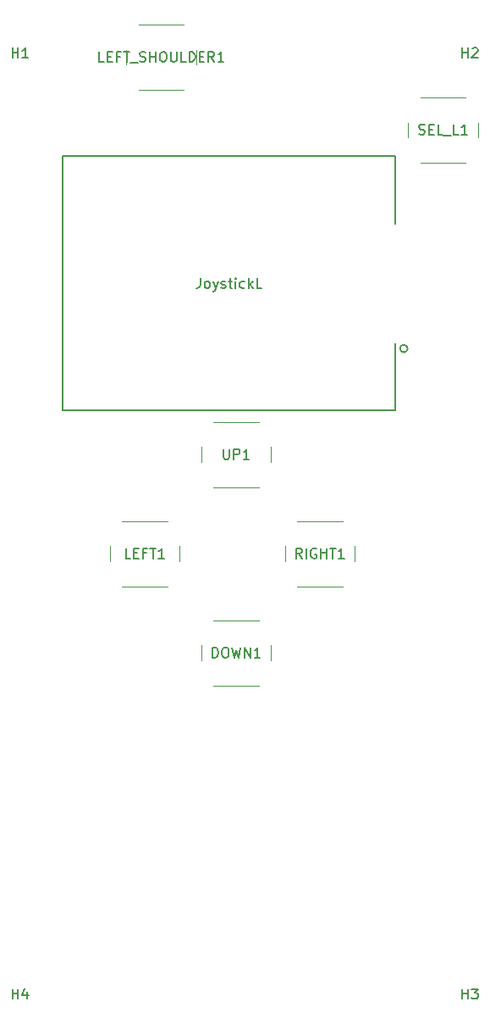
<source format=gbr>
%TF.GenerationSoftware,KiCad,Pcbnew,8.0.2*%
%TF.CreationDate,2024-05-12T00:22:51+01:00*%
%TF.ProjectId,Left_Controller_PCB_Bluetooth,4c656674-5f43-46f6-9e74-726f6c6c6572,V1.1*%
%TF.SameCoordinates,Original*%
%TF.FileFunction,Legend,Top*%
%TF.FilePolarity,Positive*%
%FSLAX46Y46*%
G04 Gerber Fmt 4.6, Leading zero omitted, Abs format (unit mm)*
G04 Created by KiCad (PCBNEW 8.0.2) date 2024-05-12 00:22:51*
%MOMM*%
%LPD*%
G01*
G04 APERTURE LIST*
%ADD10C,0.150000*%
%ADD11C,0.203200*%
%ADD12C,0.120000*%
G04 APERTURE END LIST*
D10*
X120238095Y-51454819D02*
X120238095Y-50454819D01*
X120238095Y-50931009D02*
X120809523Y-50931009D01*
X120809523Y-51454819D02*
X120809523Y-50454819D01*
X121809523Y-51454819D02*
X121238095Y-51454819D01*
X121523809Y-51454819D02*
X121523809Y-50454819D01*
X121523809Y-50454819D02*
X121428571Y-50597676D01*
X121428571Y-50597676D02*
X121333333Y-50692914D01*
X121333333Y-50692914D02*
X121238095Y-50740533D01*
X139037356Y-73454819D02*
X139037356Y-74169104D01*
X139037356Y-74169104D02*
X138989737Y-74311961D01*
X138989737Y-74311961D02*
X138894499Y-74407200D01*
X138894499Y-74407200D02*
X138751642Y-74454819D01*
X138751642Y-74454819D02*
X138656404Y-74454819D01*
X139656404Y-74454819D02*
X139561166Y-74407200D01*
X139561166Y-74407200D02*
X139513547Y-74359580D01*
X139513547Y-74359580D02*
X139465928Y-74264342D01*
X139465928Y-74264342D02*
X139465928Y-73978628D01*
X139465928Y-73978628D02*
X139513547Y-73883390D01*
X139513547Y-73883390D02*
X139561166Y-73835771D01*
X139561166Y-73835771D02*
X139656404Y-73788152D01*
X139656404Y-73788152D02*
X139799261Y-73788152D01*
X139799261Y-73788152D02*
X139894499Y-73835771D01*
X139894499Y-73835771D02*
X139942118Y-73883390D01*
X139942118Y-73883390D02*
X139989737Y-73978628D01*
X139989737Y-73978628D02*
X139989737Y-74264342D01*
X139989737Y-74264342D02*
X139942118Y-74359580D01*
X139942118Y-74359580D02*
X139894499Y-74407200D01*
X139894499Y-74407200D02*
X139799261Y-74454819D01*
X139799261Y-74454819D02*
X139656404Y-74454819D01*
X140323071Y-73788152D02*
X140561166Y-74454819D01*
X140799261Y-73788152D02*
X140561166Y-74454819D01*
X140561166Y-74454819D02*
X140465928Y-74692914D01*
X140465928Y-74692914D02*
X140418309Y-74740533D01*
X140418309Y-74740533D02*
X140323071Y-74788152D01*
X141132595Y-74407200D02*
X141227833Y-74454819D01*
X141227833Y-74454819D02*
X141418309Y-74454819D01*
X141418309Y-74454819D02*
X141513547Y-74407200D01*
X141513547Y-74407200D02*
X141561166Y-74311961D01*
X141561166Y-74311961D02*
X141561166Y-74264342D01*
X141561166Y-74264342D02*
X141513547Y-74169104D01*
X141513547Y-74169104D02*
X141418309Y-74121485D01*
X141418309Y-74121485D02*
X141275452Y-74121485D01*
X141275452Y-74121485D02*
X141180214Y-74073866D01*
X141180214Y-74073866D02*
X141132595Y-73978628D01*
X141132595Y-73978628D02*
X141132595Y-73931009D01*
X141132595Y-73931009D02*
X141180214Y-73835771D01*
X141180214Y-73835771D02*
X141275452Y-73788152D01*
X141275452Y-73788152D02*
X141418309Y-73788152D01*
X141418309Y-73788152D02*
X141513547Y-73835771D01*
X141846881Y-73788152D02*
X142227833Y-73788152D01*
X141989738Y-73454819D02*
X141989738Y-74311961D01*
X141989738Y-74311961D02*
X142037357Y-74407200D01*
X142037357Y-74407200D02*
X142132595Y-74454819D01*
X142132595Y-74454819D02*
X142227833Y-74454819D01*
X142561167Y-74454819D02*
X142561167Y-73788152D01*
X142561167Y-73454819D02*
X142513548Y-73502438D01*
X142513548Y-73502438D02*
X142561167Y-73550057D01*
X142561167Y-73550057D02*
X142608786Y-73502438D01*
X142608786Y-73502438D02*
X142561167Y-73454819D01*
X142561167Y-73454819D02*
X142561167Y-73550057D01*
X143465928Y-74407200D02*
X143370690Y-74454819D01*
X143370690Y-74454819D02*
X143180214Y-74454819D01*
X143180214Y-74454819D02*
X143084976Y-74407200D01*
X143084976Y-74407200D02*
X143037357Y-74359580D01*
X143037357Y-74359580D02*
X142989738Y-74264342D01*
X142989738Y-74264342D02*
X142989738Y-73978628D01*
X142989738Y-73978628D02*
X143037357Y-73883390D01*
X143037357Y-73883390D02*
X143084976Y-73835771D01*
X143084976Y-73835771D02*
X143180214Y-73788152D01*
X143180214Y-73788152D02*
X143370690Y-73788152D01*
X143370690Y-73788152D02*
X143465928Y-73835771D01*
X143894500Y-74454819D02*
X143894500Y-73454819D01*
X143989738Y-74073866D02*
X144275452Y-74454819D01*
X144275452Y-73788152D02*
X143894500Y-74169104D01*
X145180214Y-74454819D02*
X144704024Y-74454819D01*
X144704024Y-74454819D02*
X144704024Y-73454819D01*
X160917238Y-59081200D02*
X161060095Y-59128819D01*
X161060095Y-59128819D02*
X161298190Y-59128819D01*
X161298190Y-59128819D02*
X161393428Y-59081200D01*
X161393428Y-59081200D02*
X161441047Y-59033580D01*
X161441047Y-59033580D02*
X161488666Y-58938342D01*
X161488666Y-58938342D02*
X161488666Y-58843104D01*
X161488666Y-58843104D02*
X161441047Y-58747866D01*
X161441047Y-58747866D02*
X161393428Y-58700247D01*
X161393428Y-58700247D02*
X161298190Y-58652628D01*
X161298190Y-58652628D02*
X161107714Y-58605009D01*
X161107714Y-58605009D02*
X161012476Y-58557390D01*
X161012476Y-58557390D02*
X160964857Y-58509771D01*
X160964857Y-58509771D02*
X160917238Y-58414533D01*
X160917238Y-58414533D02*
X160917238Y-58319295D01*
X160917238Y-58319295D02*
X160964857Y-58224057D01*
X160964857Y-58224057D02*
X161012476Y-58176438D01*
X161012476Y-58176438D02*
X161107714Y-58128819D01*
X161107714Y-58128819D02*
X161345809Y-58128819D01*
X161345809Y-58128819D02*
X161488666Y-58176438D01*
X161917238Y-58605009D02*
X162250571Y-58605009D01*
X162393428Y-59128819D02*
X161917238Y-59128819D01*
X161917238Y-59128819D02*
X161917238Y-58128819D01*
X161917238Y-58128819D02*
X162393428Y-58128819D01*
X163298190Y-59128819D02*
X162822000Y-59128819D01*
X162822000Y-59128819D02*
X162822000Y-58128819D01*
X163393429Y-59224057D02*
X164155333Y-59224057D01*
X164869619Y-59128819D02*
X164393429Y-59128819D01*
X164393429Y-59128819D02*
X164393429Y-58128819D01*
X165726762Y-59128819D02*
X165155334Y-59128819D01*
X165441048Y-59128819D02*
X165441048Y-58128819D01*
X165441048Y-58128819D02*
X165345810Y-58271676D01*
X165345810Y-58271676D02*
X165250572Y-58366914D01*
X165250572Y-58366914D02*
X165155334Y-58414533D01*
X140260857Y-111360819D02*
X140260857Y-110360819D01*
X140260857Y-110360819D02*
X140498952Y-110360819D01*
X140498952Y-110360819D02*
X140641809Y-110408438D01*
X140641809Y-110408438D02*
X140737047Y-110503676D01*
X140737047Y-110503676D02*
X140784666Y-110598914D01*
X140784666Y-110598914D02*
X140832285Y-110789390D01*
X140832285Y-110789390D02*
X140832285Y-110932247D01*
X140832285Y-110932247D02*
X140784666Y-111122723D01*
X140784666Y-111122723D02*
X140737047Y-111217961D01*
X140737047Y-111217961D02*
X140641809Y-111313200D01*
X140641809Y-111313200D02*
X140498952Y-111360819D01*
X140498952Y-111360819D02*
X140260857Y-111360819D01*
X141451333Y-110360819D02*
X141641809Y-110360819D01*
X141641809Y-110360819D02*
X141737047Y-110408438D01*
X141737047Y-110408438D02*
X141832285Y-110503676D01*
X141832285Y-110503676D02*
X141879904Y-110694152D01*
X141879904Y-110694152D02*
X141879904Y-111027485D01*
X141879904Y-111027485D02*
X141832285Y-111217961D01*
X141832285Y-111217961D02*
X141737047Y-111313200D01*
X141737047Y-111313200D02*
X141641809Y-111360819D01*
X141641809Y-111360819D02*
X141451333Y-111360819D01*
X141451333Y-111360819D02*
X141356095Y-111313200D01*
X141356095Y-111313200D02*
X141260857Y-111217961D01*
X141260857Y-111217961D02*
X141213238Y-111027485D01*
X141213238Y-111027485D02*
X141213238Y-110694152D01*
X141213238Y-110694152D02*
X141260857Y-110503676D01*
X141260857Y-110503676D02*
X141356095Y-110408438D01*
X141356095Y-110408438D02*
X141451333Y-110360819D01*
X142213238Y-110360819D02*
X142451333Y-111360819D01*
X142451333Y-111360819D02*
X142641809Y-110646533D01*
X142641809Y-110646533D02*
X142832285Y-111360819D01*
X142832285Y-111360819D02*
X143070381Y-110360819D01*
X143451333Y-111360819D02*
X143451333Y-110360819D01*
X143451333Y-110360819D02*
X144022761Y-111360819D01*
X144022761Y-111360819D02*
X144022761Y-110360819D01*
X145022761Y-111360819D02*
X144451333Y-111360819D01*
X144737047Y-111360819D02*
X144737047Y-110360819D01*
X144737047Y-110360819D02*
X144641809Y-110503676D01*
X144641809Y-110503676D02*
X144546571Y-110598914D01*
X144546571Y-110598914D02*
X144451333Y-110646533D01*
X132045428Y-101454819D02*
X131569238Y-101454819D01*
X131569238Y-101454819D02*
X131569238Y-100454819D01*
X132378762Y-100931009D02*
X132712095Y-100931009D01*
X132854952Y-101454819D02*
X132378762Y-101454819D01*
X132378762Y-101454819D02*
X132378762Y-100454819D01*
X132378762Y-100454819D02*
X132854952Y-100454819D01*
X133616857Y-100931009D02*
X133283524Y-100931009D01*
X133283524Y-101454819D02*
X133283524Y-100454819D01*
X133283524Y-100454819D02*
X133759714Y-100454819D01*
X133997810Y-100454819D02*
X134569238Y-100454819D01*
X134283524Y-101454819D02*
X134283524Y-100454819D01*
X135426381Y-101454819D02*
X134854953Y-101454819D01*
X135140667Y-101454819D02*
X135140667Y-100454819D01*
X135140667Y-100454819D02*
X135045429Y-100597676D01*
X135045429Y-100597676D02*
X134950191Y-100692914D01*
X134950191Y-100692914D02*
X134854953Y-100740533D01*
X129416513Y-51854751D02*
X128940323Y-51854751D01*
X128940323Y-51854751D02*
X128940323Y-50854751D01*
X129749847Y-51330941D02*
X130083180Y-51330941D01*
X130226037Y-51854751D02*
X129749847Y-51854751D01*
X129749847Y-51854751D02*
X129749847Y-50854751D01*
X129749847Y-50854751D02*
X130226037Y-50854751D01*
X130987942Y-51330941D02*
X130654609Y-51330941D01*
X130654609Y-51854751D02*
X130654609Y-50854751D01*
X130654609Y-50854751D02*
X131130799Y-50854751D01*
X131368895Y-50854751D02*
X131940323Y-50854751D01*
X131654609Y-51854751D02*
X131654609Y-50854751D01*
X132035562Y-51949989D02*
X132797466Y-51949989D01*
X132987943Y-51807132D02*
X133130800Y-51854751D01*
X133130800Y-51854751D02*
X133368895Y-51854751D01*
X133368895Y-51854751D02*
X133464133Y-51807132D01*
X133464133Y-51807132D02*
X133511752Y-51759512D01*
X133511752Y-51759512D02*
X133559371Y-51664274D01*
X133559371Y-51664274D02*
X133559371Y-51569036D01*
X133559371Y-51569036D02*
X133511752Y-51473798D01*
X133511752Y-51473798D02*
X133464133Y-51426179D01*
X133464133Y-51426179D02*
X133368895Y-51378560D01*
X133368895Y-51378560D02*
X133178419Y-51330941D01*
X133178419Y-51330941D02*
X133083181Y-51283322D01*
X133083181Y-51283322D02*
X133035562Y-51235703D01*
X133035562Y-51235703D02*
X132987943Y-51140465D01*
X132987943Y-51140465D02*
X132987943Y-51045227D01*
X132987943Y-51045227D02*
X133035562Y-50949989D01*
X133035562Y-50949989D02*
X133083181Y-50902370D01*
X133083181Y-50902370D02*
X133178419Y-50854751D01*
X133178419Y-50854751D02*
X133416514Y-50854751D01*
X133416514Y-50854751D02*
X133559371Y-50902370D01*
X133987943Y-51854751D02*
X133987943Y-50854751D01*
X133987943Y-51330941D02*
X134559371Y-51330941D01*
X134559371Y-51854751D02*
X134559371Y-50854751D01*
X135226038Y-50854751D02*
X135416514Y-50854751D01*
X135416514Y-50854751D02*
X135511752Y-50902370D01*
X135511752Y-50902370D02*
X135606990Y-50997608D01*
X135606990Y-50997608D02*
X135654609Y-51188084D01*
X135654609Y-51188084D02*
X135654609Y-51521417D01*
X135654609Y-51521417D02*
X135606990Y-51711893D01*
X135606990Y-51711893D02*
X135511752Y-51807132D01*
X135511752Y-51807132D02*
X135416514Y-51854751D01*
X135416514Y-51854751D02*
X135226038Y-51854751D01*
X135226038Y-51854751D02*
X135130800Y-51807132D01*
X135130800Y-51807132D02*
X135035562Y-51711893D01*
X135035562Y-51711893D02*
X134987943Y-51521417D01*
X134987943Y-51521417D02*
X134987943Y-51188084D01*
X134987943Y-51188084D02*
X135035562Y-50997608D01*
X135035562Y-50997608D02*
X135130800Y-50902370D01*
X135130800Y-50902370D02*
X135226038Y-50854751D01*
X136083181Y-50854751D02*
X136083181Y-51664274D01*
X136083181Y-51664274D02*
X136130800Y-51759512D01*
X136130800Y-51759512D02*
X136178419Y-51807132D01*
X136178419Y-51807132D02*
X136273657Y-51854751D01*
X136273657Y-51854751D02*
X136464133Y-51854751D01*
X136464133Y-51854751D02*
X136559371Y-51807132D01*
X136559371Y-51807132D02*
X136606990Y-51759512D01*
X136606990Y-51759512D02*
X136654609Y-51664274D01*
X136654609Y-51664274D02*
X136654609Y-50854751D01*
X137606990Y-51854751D02*
X137130800Y-51854751D01*
X137130800Y-51854751D02*
X137130800Y-50854751D01*
X137940324Y-51854751D02*
X137940324Y-50854751D01*
X137940324Y-50854751D02*
X138178419Y-50854751D01*
X138178419Y-50854751D02*
X138321276Y-50902370D01*
X138321276Y-50902370D02*
X138416514Y-50997608D01*
X138416514Y-50997608D02*
X138464133Y-51092846D01*
X138464133Y-51092846D02*
X138511752Y-51283322D01*
X138511752Y-51283322D02*
X138511752Y-51426179D01*
X138511752Y-51426179D02*
X138464133Y-51616655D01*
X138464133Y-51616655D02*
X138416514Y-51711893D01*
X138416514Y-51711893D02*
X138321276Y-51807132D01*
X138321276Y-51807132D02*
X138178419Y-51854751D01*
X138178419Y-51854751D02*
X137940324Y-51854751D01*
X138940324Y-51330941D02*
X139273657Y-51330941D01*
X139416514Y-51854751D02*
X138940324Y-51854751D01*
X138940324Y-51854751D02*
X138940324Y-50854751D01*
X138940324Y-50854751D02*
X139416514Y-50854751D01*
X140416514Y-51854751D02*
X140083181Y-51378560D01*
X139845086Y-51854751D02*
X139845086Y-50854751D01*
X139845086Y-50854751D02*
X140226038Y-50854751D01*
X140226038Y-50854751D02*
X140321276Y-50902370D01*
X140321276Y-50902370D02*
X140368895Y-50949989D01*
X140368895Y-50949989D02*
X140416514Y-51045227D01*
X140416514Y-51045227D02*
X140416514Y-51188084D01*
X140416514Y-51188084D02*
X140368895Y-51283322D01*
X140368895Y-51283322D02*
X140321276Y-51330941D01*
X140321276Y-51330941D02*
X140226038Y-51378560D01*
X140226038Y-51378560D02*
X139845086Y-51378560D01*
X141368895Y-51854751D02*
X140797467Y-51854751D01*
X141083181Y-51854751D02*
X141083181Y-50854751D01*
X141083181Y-50854751D02*
X140987943Y-50997608D01*
X140987943Y-50997608D02*
X140892705Y-51092846D01*
X140892705Y-51092846D02*
X140797467Y-51140465D01*
X149190476Y-101454819D02*
X148857143Y-100978628D01*
X148619048Y-101454819D02*
X148619048Y-100454819D01*
X148619048Y-100454819D02*
X149000000Y-100454819D01*
X149000000Y-100454819D02*
X149095238Y-100502438D01*
X149095238Y-100502438D02*
X149142857Y-100550057D01*
X149142857Y-100550057D02*
X149190476Y-100645295D01*
X149190476Y-100645295D02*
X149190476Y-100788152D01*
X149190476Y-100788152D02*
X149142857Y-100883390D01*
X149142857Y-100883390D02*
X149095238Y-100931009D01*
X149095238Y-100931009D02*
X149000000Y-100978628D01*
X149000000Y-100978628D02*
X148619048Y-100978628D01*
X149619048Y-101454819D02*
X149619048Y-100454819D01*
X150619047Y-100502438D02*
X150523809Y-100454819D01*
X150523809Y-100454819D02*
X150380952Y-100454819D01*
X150380952Y-100454819D02*
X150238095Y-100502438D01*
X150238095Y-100502438D02*
X150142857Y-100597676D01*
X150142857Y-100597676D02*
X150095238Y-100692914D01*
X150095238Y-100692914D02*
X150047619Y-100883390D01*
X150047619Y-100883390D02*
X150047619Y-101026247D01*
X150047619Y-101026247D02*
X150095238Y-101216723D01*
X150095238Y-101216723D02*
X150142857Y-101311961D01*
X150142857Y-101311961D02*
X150238095Y-101407200D01*
X150238095Y-101407200D02*
X150380952Y-101454819D01*
X150380952Y-101454819D02*
X150476190Y-101454819D01*
X150476190Y-101454819D02*
X150619047Y-101407200D01*
X150619047Y-101407200D02*
X150666666Y-101359580D01*
X150666666Y-101359580D02*
X150666666Y-101026247D01*
X150666666Y-101026247D02*
X150476190Y-101026247D01*
X151095238Y-101454819D02*
X151095238Y-100454819D01*
X151095238Y-100931009D02*
X151666666Y-100931009D01*
X151666666Y-101454819D02*
X151666666Y-100454819D01*
X152000000Y-100454819D02*
X152571428Y-100454819D01*
X152285714Y-101454819D02*
X152285714Y-100454819D01*
X153428571Y-101454819D02*
X152857143Y-101454819D01*
X153142857Y-101454819D02*
X153142857Y-100454819D01*
X153142857Y-100454819D02*
X153047619Y-100597676D01*
X153047619Y-100597676D02*
X152952381Y-100692914D01*
X152952381Y-100692914D02*
X152857143Y-100740533D01*
X165238095Y-51454819D02*
X165238095Y-50454819D01*
X165238095Y-50931009D02*
X165809523Y-50931009D01*
X165809523Y-51454819D02*
X165809523Y-50454819D01*
X166238095Y-50550057D02*
X166285714Y-50502438D01*
X166285714Y-50502438D02*
X166380952Y-50454819D01*
X166380952Y-50454819D02*
X166619047Y-50454819D01*
X166619047Y-50454819D02*
X166714285Y-50502438D01*
X166714285Y-50502438D02*
X166761904Y-50550057D01*
X166761904Y-50550057D02*
X166809523Y-50645295D01*
X166809523Y-50645295D02*
X166809523Y-50740533D01*
X166809523Y-50740533D02*
X166761904Y-50883390D01*
X166761904Y-50883390D02*
X166190476Y-51454819D01*
X166190476Y-51454819D02*
X166809523Y-51454819D01*
X141356095Y-90548819D02*
X141356095Y-91358342D01*
X141356095Y-91358342D02*
X141403714Y-91453580D01*
X141403714Y-91453580D02*
X141451333Y-91501200D01*
X141451333Y-91501200D02*
X141546571Y-91548819D01*
X141546571Y-91548819D02*
X141737047Y-91548819D01*
X141737047Y-91548819D02*
X141832285Y-91501200D01*
X141832285Y-91501200D02*
X141879904Y-91453580D01*
X141879904Y-91453580D02*
X141927523Y-91358342D01*
X141927523Y-91358342D02*
X141927523Y-90548819D01*
X142403714Y-91548819D02*
X142403714Y-90548819D01*
X142403714Y-90548819D02*
X142784666Y-90548819D01*
X142784666Y-90548819D02*
X142879904Y-90596438D01*
X142879904Y-90596438D02*
X142927523Y-90644057D01*
X142927523Y-90644057D02*
X142975142Y-90739295D01*
X142975142Y-90739295D02*
X142975142Y-90882152D01*
X142975142Y-90882152D02*
X142927523Y-90977390D01*
X142927523Y-90977390D02*
X142879904Y-91025009D01*
X142879904Y-91025009D02*
X142784666Y-91072628D01*
X142784666Y-91072628D02*
X142403714Y-91072628D01*
X143927523Y-91548819D02*
X143356095Y-91548819D01*
X143641809Y-91548819D02*
X143641809Y-90548819D01*
X143641809Y-90548819D02*
X143546571Y-90691676D01*
X143546571Y-90691676D02*
X143451333Y-90786914D01*
X143451333Y-90786914D02*
X143356095Y-90834533D01*
X165238095Y-145454819D02*
X165238095Y-144454819D01*
X165238095Y-144931009D02*
X165809523Y-144931009D01*
X165809523Y-145454819D02*
X165809523Y-144454819D01*
X166190476Y-144454819D02*
X166809523Y-144454819D01*
X166809523Y-144454819D02*
X166476190Y-144835771D01*
X166476190Y-144835771D02*
X166619047Y-144835771D01*
X166619047Y-144835771D02*
X166714285Y-144883390D01*
X166714285Y-144883390D02*
X166761904Y-144931009D01*
X166761904Y-144931009D02*
X166809523Y-145026247D01*
X166809523Y-145026247D02*
X166809523Y-145264342D01*
X166809523Y-145264342D02*
X166761904Y-145359580D01*
X166761904Y-145359580D02*
X166714285Y-145407200D01*
X166714285Y-145407200D02*
X166619047Y-145454819D01*
X166619047Y-145454819D02*
X166333333Y-145454819D01*
X166333333Y-145454819D02*
X166238095Y-145407200D01*
X166238095Y-145407200D02*
X166190476Y-145359580D01*
X120238095Y-145454819D02*
X120238095Y-144454819D01*
X120238095Y-144931009D02*
X120809523Y-144931009D01*
X120809523Y-145454819D02*
X120809523Y-144454819D01*
X121714285Y-144788152D02*
X121714285Y-145454819D01*
X121476190Y-144407200D02*
X121238095Y-145121485D01*
X121238095Y-145121485D02*
X121857142Y-145121485D01*
D11*
%TO.C,JoystickL1*%
X125224500Y-61300000D02*
X158554500Y-61310000D01*
X125224500Y-86700000D02*
X125224500Y-61300000D01*
X158554500Y-61310000D02*
X158554500Y-68010000D01*
X158556900Y-86700000D02*
X125224500Y-86700000D01*
X158556900Y-86700000D02*
X158554500Y-80000000D01*
X159775500Y-80500000D02*
G75*
G02*
X159013500Y-80500000I-381000J0D01*
G01*
X159013500Y-80500000D02*
G75*
G02*
X159775500Y-80500000I381000J0D01*
G01*
D12*
%TO.C,SEL_L1*%
X159822000Y-57924000D02*
X159822000Y-59424000D01*
X161072000Y-61924000D02*
X165572000Y-61924000D01*
X165572000Y-55424000D02*
X161072000Y-55424000D01*
X166822000Y-59424000D02*
X166822000Y-57924000D01*
%TO.C,DOWN1*%
X139118000Y-110156000D02*
X139118000Y-111656000D01*
X140368000Y-114156000D02*
X144868000Y-114156000D01*
X144868000Y-107656000D02*
X140368000Y-107656000D01*
X146118000Y-111656000D02*
X146118000Y-110156000D01*
%TO.C,LEFT1*%
X129974000Y-100250000D02*
X129974000Y-101750000D01*
X131224000Y-104250000D02*
X135724000Y-104250000D01*
X135724000Y-97750000D02*
X131224000Y-97750000D01*
X136974000Y-101750000D02*
X136974000Y-100250000D01*
%TO.C,LEFT_SHOULDER1*%
X131630800Y-50649932D02*
X131630800Y-52149932D01*
X132880800Y-54649932D02*
X137380800Y-54649932D01*
X137380800Y-48149932D02*
X132880800Y-48149932D01*
X138630800Y-52149932D02*
X138630800Y-50649932D01*
%TO.C,RIGHT1*%
X147500000Y-100250000D02*
X147500000Y-101750000D01*
X148750000Y-104250000D02*
X153250000Y-104250000D01*
X153250000Y-97750000D02*
X148750000Y-97750000D01*
X154500000Y-101750000D02*
X154500000Y-100250000D01*
%TO.C,UP1*%
X139118000Y-90344000D02*
X139118000Y-91844000D01*
X140368000Y-94344000D02*
X144868000Y-94344000D01*
X144868000Y-87844000D02*
X140368000Y-87844000D01*
X146118000Y-91844000D02*
X146118000Y-90344000D01*
%TD*%
M02*

</source>
